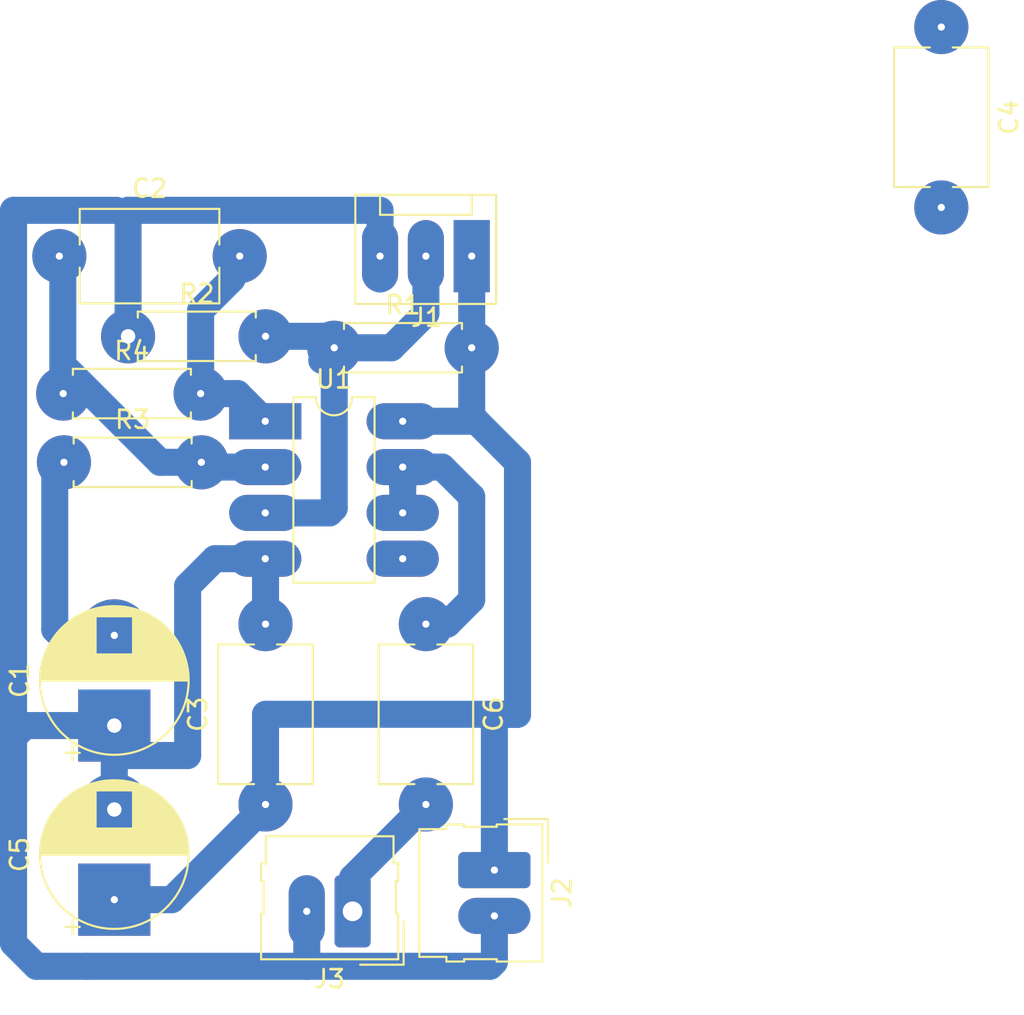
<source format=kicad_pcb>
(kicad_pcb (version 20211014) (generator pcbnew)
  (layers (0 "F.Cu" signal) (31 "B.Cu" signal) (34 "B.Paste" user) (35 "F.Paste" user) (36 "B.SilkS" user "B.Silkscreen") (37 "F.SilkS" user "F.Silkscreen") (38 "B.Mask" user) (39 "F.Mask" user) (44 "Edge.Cuts" user))
  (net 0 "")
  (net 1 "GND")
  (net 2 "Net-(C1-Pad2)")
  (net 3 "Net-(C2-Pad1)")
  (net 4 "Net-(C2-Pad2)")
  (net 5 "+9V")
  (net 6 "Net-(C4-Pad2)")
  (net 7 "Net-(C6-Pad1)")
  (net 8 "Net-(C6-Pad2)")
  (net 9 "Net-(J1-Pad2)")
  (footprint "Resistor_THT:R_Axial_DIN0207_L6.3mm_D2.5mm_P7.62mm_Horizontal" (layer "F.Cu") (at 160.274 68.58)
    (fp_text reference "R3" (at 3.81 -2.37) (layer "F.SilkS"))
    (fp_text value "R")
    (fp_line (start 0.54 1.37) (end 7.08 1.37) (layer "F.SilkS") (width 0.12))
    (fp_line (start 0.54 -1.37) (end 7.08 -1.37) (layer "F.SilkS") (width 0.12))
    (fp_line (start 7.08 1.37) (end 7.08 1.04) (layer "F.SilkS") (width 0.12))
    (fp_line (start 7.08 -1.37) (end 7.08 -1.04) (layer "F.SilkS") (width 0.12))
    (fp_line (start 0.54 -1.04) (end 0.54 -1.37) (layer "F.SilkS") (width 0.12))
    (fp_line (start 0.54 1.04) (end 0.54 1.37) (layer "F.SilkS") (width 0.12))
    (pad "1" thru_hole circle (at 0 0) (size 3 3) (drill 0.4) (layers *.Cu *.Mask) (net 2 "Net-(C1-Pad2)"))
    (pad "2" thru_hole circle (at 7.62 0) (size 3 3) (drill 0.4) (layers *.Cu *.Mask) (net 3 "Net-(C2-Pad1)"))
  )
  (footprint "Connector_Molex:Molex_SL_171971-0002_1x02_P2.54mm_Vertical" (layer "F.Cu") (at 184.138 91.186 -90)
    (fp_text reference "J2" (at 1.27 -3.75 90) (layer "F.SilkS"))
    (fp_text value "Conn_01x02_Male")
    (fp_line (start 4.94 1.68) (end 4.94 -0.13) (layer "F.SilkS") (width 0.12))
    (fp_line (start 4.81 2.66) (end 5.07 2.66) (layer "F.SilkS") (width 0.12))
    (fp_line (start -2.27 2.66) (end -2.27 4.16) (layer "F.SilkS") (width 0.12))
    (fp_line (start 4.94 -0.13) (end 5.07 -0.13) (layer "F.SilkS") (width 0.12))
    (fp_line (start -2.53 -2.66) (end -2.53 -0.13) (layer "F.SilkS") (width 0.12))
    (fp_line (start 4.81 4.16) (end 4.81 2.66) (layer "F.SilkS") (width 0.12))
    (fp_line (start 5.07 -2.66) (end -2.53 -2.66) (layer "F.SilkS") (width 0.12))
    (fp_line (start -2.83 -0.55) (end -2.83 -2.96) (layer "F.SilkS") (width 0.12))
    (fp_line (start -2.53 2.66) (end -2.27 2.66) (layer "F.SilkS") (width 0.12))
    (fp_line (start -2.83 -2.96) (end -0.42 -2.96) (layer "F.SilkS") (width 0.12))
    (fp_line (start 5.07 1.68) (end 4.94 1.68) (layer "F.SilkS") (width 0.12))
    (fp_line (start -2.4 -0.13) (end -2.4 1.68) (layer "F.SilkS") (width 0.12))
    (fp_line (start 5.07 -0.13) (end 5.07 -2.66) (layer "F.SilkS") (width 0.12))
    (fp_line (start -2.53 -0.13) (end -2.4 -0.13) (layer "F.SilkS") (width 0.12))
    (fp_line (start -2.27 4.16) (end 4.81 4.16) (layer "F.SilkS") (width 0.12))
    (fp_line (start 5.07 2.66) (end 5.07 1.68) (layer "F.SilkS") (width 0.12))
    (fp_line (start -2.53 1.68) (end -2.53 2.66) (layer "F.SilkS") (width 0.12))
    (fp_line (start -2.4 1.68) (end -2.53 1.68) (layer "F.SilkS") (width 0.12))
    (pad "1" thru_hole roundrect (at 0 0 270) (size 2 4) (drill 0.4) (layers *.Cu *.Mask) (roundrect_rratio 0.143678) (net 5 "+9V"))
    (pad "2" thru_hole oval (at 2.54 0 270) (size 2 4) (drill 0.4) (layers *.Cu *.Mask) (net 1 "GND"))
  )
  (footprint "Capacitor_THT:C_Disc_D7.5mm_W5.0mm_P10.00mm" (layer "F.Cu") (at 208.915 44.45 -90)
    (fp_text reference "C4" (at 5 -3.75 90) (layer "F.SilkS"))
    (fp_text value "C")
    (fp_line (start 8.87 0.636) (end 8.87 2.62) (layer "F.SilkS") (width 0.12))
    (fp_line (start 1.13 -2.62) (end 1.13 -0.636) (layer "F.SilkS") (width 0.12))
    (fp_line (start 1.13 0.636) (end 1.13 2.62) (layer "F.SilkS") (width 0.12))
    (fp_line (start 1.13 2.62) (end 8.87 2.62) (layer "F.SilkS") (width 0.12))
    (fp_line (start 1.13 -2.62) (end 8.87 -2.62) (layer "F.SilkS") (width 0.12))
    (fp_line (start 8.87 -2.62) (end 8.87 -0.636) (layer "F.SilkS") (width 0.12))
    (pad "1" thru_hole circle (at 0 0 270) (size 3 3) (drill 0.4) (layers *.Cu *.Mask) (net 4 "Net-(C2-Pad2)"))
    (pad "2" thru_hole circle (at 10 0 270) (size 3 3) (drill 0.4) (layers *.Cu *.Mask) (net 6 "Net-(C4-Pad2)"))
  )
  (footprint "Capacitor_THT:C_Disc_D7.5mm_W5.0mm_P10.00mm" (layer "F.Cu") (at 180.34 77.55 -90)
    (fp_text reference "C6" (at 5 -3.75 90) (layer "F.SilkS"))
    (fp_text value "C")
    (fp_line (start 1.13 -2.62) (end 8.87 -2.62) (layer "F.SilkS") (width 0.12))
    (fp_line (start 1.13 2.62) (end 8.87 2.62) (layer "F.SilkS") (width 0.12))
    (fp_line (start 8.87 -2.62) (end 8.87 -0.636) (layer "F.SilkS") (width 0.12))
    (fp_line (start 1.13 0.636) (end 1.13 2.62) (layer "F.SilkS") (width 0.12))
    (fp_line (start 1.13 -2.62) (end 1.13 -0.636) (layer "F.SilkS") (width 0.12))
    (fp_line (start 8.87 0.636) (end 8.87 2.62) (layer "F.SilkS") (width 0.12))
    (pad "1" thru_hole circle (at 0 0 270) (size 3 3) (drill 0.4) (layers *.Cu *.Mask) (net 7 "Net-(C6-Pad1)"))
    (pad "2" thru_hole circle (at 10 0 270) (size 3 3) (drill 0.4) (layers *.Cu *.Mask) (net 8 "Net-(C6-Pad2)"))
  )
  (footprint "Capacitor_THT:C_Disc_D7.5mm_W5.0mm_P10.00mm" (layer "F.Cu") (at 171.45 87.55 90)
    (fp_text reference "C3" (at 5 -3.75 90) (layer "F.SilkS"))
    (fp_text value "C")
    (fp_line (start 1.13 0.636) (end 1.13 2.62) (layer "F.SilkS") (width 0.12))
    (fp_line (start 1.13 -2.62) (end 8.87 -2.62) (layer "F.SilkS") (width 0.12))
    (fp_line (start 1.13 -2.62) (end 1.13 -0.636) (layer "F.SilkS") (width 0.12))
    (fp_line (start 8.87 0.636) (end 8.87 2.62) (layer "F.SilkS") (width 0.12))
    (fp_line (start 1.13 2.62) (end 8.87 2.62) (layer "F.SilkS") (width 0.12))
    (fp_line (start 8.87 -2.62) (end 8.87 -0.636) (layer "F.SilkS") (width 0.12))
    (pad "1" thru_hole circle (at 0 0 90) (size 3 3) (drill 0.4) (layers *.Cu *.Mask) (net 5 "+9V"))
    (pad "2" thru_hole circle (at 10 0 90) (size 3 3) (drill 0.4) (layers *.Cu *.Mask) (net 1 "GND"))
  )
  (footprint "Resistor_THT:R_Axial_DIN0207_L6.3mm_D2.5mm_P7.62mm_Horizontal" (layer "F.Cu") (at 163.83 61.595)
    (fp_text reference "R2" (at 3.81 -2.37) (layer "F.SilkS"))
    (fp_text value "R")
    (fp_line (start 7.08 -1.37) (end 7.08 -1.04) (layer "F.SilkS") (width 0.12))
    (fp_line (start 0.54 1.04) (end 0.54 1.37) (layer "F.SilkS") (width 0.12))
    (fp_line (start 7.08 1.37) (end 7.08 1.04) (layer "F.SilkS") (width 0.12))
    (fp_line (start 0.54 -1.37) (end 7.08 -1.37) (layer "F.SilkS") (width 0.12))
    (fp_line (start 0.54 -1.04) (end 0.54 -1.37) (layer "F.SilkS") (width 0.12))
    (fp_line (start 0.54 1.37) (end 7.08 1.37) (layer "F.SilkS") (width 0.12))
    (pad "1" thru_hole circle (at 0 0) (size 3 3) (drill 0.8) (layers *.Cu *.Mask) (net 1 "GND"))
    (pad "2" thru_hole circle (at 7.62 0) (size 3 3) (drill 0.4) (layers *.Cu *.Mask) (net 9 "Net-(J1-Pad2)"))
  )
  (footprint "Package_DIP:DIP-8_W7.62mm_LongPads" (layer "F.Cu") (at 171.435 66.304)
    (fp_text reference "U1" (at 3.81 -2.33) (layer "F.SilkS"))
    (fp_text value "TL072")
    (fp_line (start 1.56 -1.33) (end 1.56 8.95) (layer "F.SilkS") (width 0.12))
    (fp_line (start 1.56 8.95) (end 6.06 8.95) (layer "F.SilkS") (width 0.12))
    (fp_line (start 6.06 -1.33) (end 4.81 -1.33) (layer "F.SilkS") (width 0.12))
    (fp_line (start 2.81 -1.33) (end 1.56 -1.33) (layer "F.SilkS") (width 0.12))
    (fp_line (start 6.06 8.95) (end 6.06 -1.33) (layer "F.SilkS") (width 0.12))
    (fp_arc (start 4.81 -1.33) (mid 3.81 -0.33) (end 2.81 -1.33) (layer "F.SilkS") (width 0.12))
    (pad "1" thru_hole rect (at 0 0) (size 4 2) (drill 0.4) (layers *.Cu *.Mask) (net 4 "Net-(C2-Pad2)"))
    (pad "2" thru_hole oval (at 0 2.54) (size 4 2) (drill 0.4) (layers *.Cu *.Mask) (net 3 "Net-(C2-Pad1)"))
    (pad "3" thru_hole oval (at 0 5.08) (size 4 2) (drill 0.4) (layers *.Cu *.Mask) (net 9 "Net-(J1-Pad2)"))
    (pad "4" thru_hole oval (at 0 7.62) (size 4 2) (drill 0.4) (layers *.Cu *.Mask) (net 1 "GND"))
    (pad "5" thru_hole oval (at 7.62 7.62) (size 4 2) (drill 0.4) (layers *.Cu *.Mask) (net 6 "Net-(C4-Pad2)"))
    (pad "6" thru_hole oval (at 7.62 5.08) (size 4 2) (drill 0.4) (layers *.Cu *.Mask) (net 7 "Net-(C6-Pad1)"))
    (pad "7" thru_hole oval (at 7.62 2.54) (size 4 2) (drill 0.4) (layers *.Cu *.Mask) (net 7 "Net-(C6-Pad1)"))
    (pad "8" thru_hole oval (at 7.62 0) (size 4 2) (drill 0.4) (layers *.Cu *.Mask) (net 5 "+9V"))
  )
  (footprint "Capacitor_THT:C_Disc_D7.5mm_W5.0mm_P10.00mm" (layer "F.Cu") (at 160.02 57.15)
    (fp_text reference "C2" (at 5 -3.75) (layer "F.SilkS"))
    (fp_text value "C")
    (fp_line (start 8.87 0.636) (end 8.87 2.62) (layer "F.SilkS") (width 0.12))
    (fp_line (start 1.13 -2.62) (end 1.13 -0.636) (layer "F.SilkS") (width 0.12))
    (fp_line (start 8.87 -2.62) (end 8.87 -0.636) (layer "F.SilkS") (width 0.12))
    (fp_line (start 1.13 2.62) (end 8.87 2.62) (layer "F.SilkS") (width 0.12))
    (fp_line (start 1.13 -2.62) (end 8.87 -2.62) (layer "F.SilkS") (width 0.12))
    (fp_line (start 1.13 0.636) (end 1.13 2.62) (layer "F.SilkS") (width 0.12))
    (pad "1" thru_hole circle (at 0 0) (size 3 3) (drill 0.4) (layers *.Cu *.Mask) (net 3 "Net-(C2-Pad1)"))
    (pad "2" thru_hole circle (at 10 0) (size 3 3) (drill 0.4) (layers *.Cu *.Mask) (net 4 "Net-(C2-Pad2)"))
  )
  (footprint "Connector_Molex:Molex_SL_171971-0002_1x02_P2.54mm_Vertical" (layer "F.Cu") (at 176.276 93.472 180)
    (fp_text reference "J3" (at 1.27 -3.75) (layer "F.SilkS"))
    (fp_text value "Conn_01x02_Male")
    (fp_line (start -2.53 -0.13) (end -2.4 -0.13) (layer "F.SilkS") (width 0.12))
    (fp_line (start 5.07 -2.66) (end -2.53 -2.66) (layer "F.SilkS") (width 0.12))
    (fp_line (start 4.81 4.16) (end 4.81 2.66) (layer "F.SilkS") (width 0.12))
    (fp_line (start -2.83 -0.55) (end -2.83 -2.96) (layer "F.SilkS") (width 0.12))
    (fp_line (start 5.07 1.68) (end 4.94 1.68) (layer "F.SilkS") (width 0.12))
    (fp_line (start -2.4 -0.13) (end -2.4 1.68) (layer "F.SilkS") (width 0.12))
    (fp_line (start -2.53 2.66) (end -2.27 2.66) (layer "F.SilkS") (width 0.12))
    (fp_line (start 4.94 -0.13) (end 5.07 -0.13) (layer "F.SilkS") (width 0.12))
    (fp_line (start -2.27 4.16) (end 4.81 4.16) (layer "F.SilkS") (width 0.12))
    (fp_line (start 5.07 -0.13) (end 5.07 -2.66) (layer "F.SilkS") (width 0.12))
    (fp_line (start 4.94 1.68) (end 4.94 -0.13) (layer "F.SilkS") (width 0.12))
    (fp_line (start -2.83 -2.96) (end -0.42 -2.96) (layer "F.SilkS") (width 0.12))
    (fp_line (start -2.27 2.66) (end -2.27 4.16) (layer "F.SilkS") (width 0.12))
    (fp_line (start 4.81 2.66) (end 5.07 2.66) (layer "F.SilkS") (width 0.12))
    (fp_line (start -2.4 1.68) (end -2.53 1.68) (layer "F.SilkS") (width 0.12))
    (fp_line (start -2.53 1.68) (end -2.53 2.66) (layer "F.SilkS") (width 0.12))
    (fp_line (start -2.53 -2.66) (end -2.53 -0.13) (layer "F.SilkS") (width 0.12))
    (fp_line (start 5.07 2.66) (end 5.07 1.68) (layer "F.SilkS") (width 0.12))
    (pad "1" thru_hole roundrect (at 0 0 180) (size 2 4) (drill 1.09) (layers *.Cu *.Mask) (roundrect_rratio 0.143678) (net 8 "Net-(C6-Pad2)"))
    (pad "2" thru_hole oval (at 2.54 0 180) (size 2 4) (drill 0.4) (layers *.Cu *.Mask) (net 1 "GND"))
  )
  (footprint "Capacitor_THT:CP_Radial_D8.0mm_P5.00mm" (layer "F.Cu") (at 163.068 92.826651 90)
    (fp_text reference "C5" (at 2.5 -5.25 90) (layer "F.SilkS"))
    (fp_text value "C_Polarized")
    (fp_line (start 3.14 -4.03) (end 3.14 4.03) (layer "F.SilkS") (width 0.12))
    (fp_line (start 5.181 1.04) (end 5.181 3.09) (layer "F.SilkS") (width 0.12))
    (fp_line (start 4.061 -3.774) (end 4.061 -1.04) (layer "F.SilkS") (width 0.12))
    (fp_line (start 5.301 -2.983) (end 5.301 -1.04) (layer "F.SilkS") (width 0.12))
    (fp_line (start 5.581 -2.697) (end 5.581 -1.04) (layer "F.SilkS") (width 0.12))
    (fp_line (start 4.341 1.04) (end 4.341 3.647) (layer "F.SilkS") (width 0.12))
    (fp_line (start 3.301 -4.002) (end 3.301 4.002) (layer "F.SilkS") (width 0.12))
    (fp_line (start 6.301 -1.552) (end 6.301 1.552) (layer "F.SilkS") (width 0.12))
    (fp_line (start 5.501 -2.784) (end 5.501 -1.04) (layer "F.SilkS") (width 0.12))
    (fp_line (start 6.381 -1.346) (end 6.381 1.346) (layer "F.SilkS") (width 0.12))
    (fp_line (start 5.061 -3.189) (end 5.061 -1.04) (layer "F.SilkS") (width 0.12))
    (fp_line (start 5.341 1.04) (end 5.341 2.945) (layer "F.SilkS") (width 0.12))
    (fp_line (start 4.981 -3.25) (end 4.981 -1.04) (layer "F.SilkS") (width 0.12))
    (fp_line (start 4.621 -3.493) (end 4.621 -1.04) (layer "F.SilkS") (width 0.12))
    (fp_line (start 2.94 -4.057) (end 2.94 4.057) (layer "F.SilkS") (width 0.12))
    (fp_line (start 3.461 -3.967) (end 3.461 3.967) (layer "F.SilkS") (width 0.12))
    (fp_line (start 3.981 -3.805) (end 3.981 -1.04) (layer "F.SilkS") (width 0.12))
    (fp_line (start 2.74 -4.074) (end 2.74 4.074) (layer "F.SilkS") (width 0.12))
    (fp_line (start 5.221 -3.055) (end 5.221 -1.04) (layer "F.SilkS") (width 0.12))
    (fp_line (start 6.061 -2.034) (end 6.061 2.034) (layer "F.SilkS") (width 0.12))
    (fp_line (start 5.821 -2.4) (end 5.821 -1.04) (layer "F.SilkS") (width 0.12))
    (fp_line (start 6.021 1.04) (end 6.021 2.102) (layer "F.SilkS") (width 0.12))
    (fp_line (start 5.021 -3.22) (end 5.021 -1.04) (layer "F.SilkS") (width 0.12))
    (fp_line (start 5.661 1.04) (end 5.661 2.604) (layer "F.SilkS") (width 0.12))
    (fp_line (start 5.661 -2.604) (end 5.661 -1.04) (layer "F.SilkS") (width 0.12))
    (fp_line (start 5.221 1.04) (end 5.221 3.055) (layer "F.SilkS") (width 0.12))
    (fp_line (start 6.341 -1.453) (end 6.341 1.453) (layer "F.SilkS") (width 0.12))
    (fp_line (start 6.181 -1.813) (end 6.181 1.813) (layer "F.SilkS") (width 0.12))
    (fp_line (start 4.581 -3.517) (end 4.581 -1.04) (layer "F.SilkS") (width 0.12))
    (fp_line (start 4.821 -3.365) (end 4.821 -1.04) (layer "F.SilkS") (width 0.12))
    (fp_line (start 4.421 1.04) (end 4.421 3.606) (layer "F.SilkS") (width 0.12))
    (fp_line (start 5.701 1.04) (end 5.701 2.556) (layer "F.SilkS") (width 0.12))
    (fp_line (start 3.501 -3.957) (end 3.501 3.957) (layer "F.SilkS") (width 0.12))
    (fp_line (start 4.021 -3.79) (end 4.021 -1.04) (layer "F.SilkS") (width 0.12))
    (fp_line (start 4.981 1.04) (end 4.981 3.25) (layer "F.SilkS") (width 0.12))
    (fp_line (start 5.981 1.04) (end 5.981 2.166) (layer "F.SilkS") (width 0.12))
    (fp_line (start 3.421 -3.976) (end 3.421 3.976) (layer "F.SilkS") (width 0.12))
    (fp_line (start 4.741 -3.418) (end 4.741 -1.04) (layer "F.SilkS") (width 0.12))
    (fp_line (start 5.781 -2.454) (end 5.781 -1.04) (layer "F.SilkS") (width 0.12))
    (fp_line (start 5.621 1.04) (end 5.621 2.651) (layer "F.SilkS") (width 0.12))
    (fp_line (start 3.1 -4.037) (end 3.1 4.037) (layer "F.SilkS") (width 0.12))
    (fp_line (start 6.261 -1.645) (end 6.261 1.645) (layer "F.SilkS") (width 0.12))
    (fp_line (start 6.501 -0.948) (end 6.501 0.948) (layer "F.SilkS") (width 0.12))
    (fp_line (start 6.221 -1.731) (end 6.221 1.731) (layer "F.SilkS") (width 0.12))
    (fp_line (start 4.101 -3.757) (end 4.101 -1.04) (layer "F.SilkS") (width 0.12))
    (fp_line (start 5.061 1.04) (end 5.061 3.189) (layer "F.SilkS") (width 0.12))
    (fp_line (start 4.581 1.04) (end 4.581 3.517) (layer "F.SilkS") (width 0.12))
    (fp_line (start 5.701 -2.556) (end 5.701 -1.04) (layer "F.SilkS") (width 0.12))
    (fp_line (start 4.301 -3.666) (end 4.301 -1.04) (layer "F.SilkS") (width 0.12))
    (fp_line (start 5.861 1.04) (end 5.861 2.345) (layer "F.SilkS") (width 0.12))
    (fp_line (start 5.421 -2.867) (end 5.421 -1.04) (layer "F.SilkS") (width 0.12))
    (fp_line (start 5.741 -2.505) (end 5.741 -1.04) (layer "F.SilkS") (width 0.12))
    (fp_line (start 5.021 1.04) (end 5.021 3.22) (layer "F.SilkS") (width 0.12))
    (fp_line (start 5.541 -2.741) (end 5.541 -1.04) (layer "F.SilkS") (width 0.12))
    (fp_line (start 2.9 -4.061) (end 2.9 4.061) (layer "F.SilkS") (width 0.12))
    (fp_line (start 5.901 1.04) (end 5.901 2.287) (layer "F.SilkS") (width 0.12))
    (fp_line (start 3.221 -4.017) (end 3.221 4.017) (layer "F.SilkS") (width 0.12))
    (fp_line (start 5.181 -3.09) (end 5.181 -1.04) (layer "F.SilkS") (width 0.12))
    (fp_line (start 5.141 -3.124) (end 5.141 -1.04) (layer "F.SilkS") (width 0.12))
    (fp_line (start 5.101 1.04) (end 5.101 3.156) (layer "F.SilkS") (width 0.12))
    (fp_line (start 2.7 -4.076) (end 2.7 4.076) (layer "F.SilkS") (width 0.12))
    (fp_line (start 4.661 -3.469) (end 4.661 -1.04) (layer "F.SilkS") (width 0.12))
    (fp_line (start 4.661 1.04) (end 4.661 3.469) (layer "F.SilkS") (width 0.12))
    (fp_line (start 4.181 1.04) (end 4.181 3.722) (layer "F.SilkS") (width 0.12))
    (fp_line (start 5.941 1.04) (end 5.941 2.228) (layer "F.SilkS") (width 0.12))
    (fp_line (start 4.381 1.04) (end 4.381 3.627) (layer "F.SilkS") (width 0.12))
    (fp_line (start 5.501 1.04) (end 5.501 2.784) (layer "F.SilkS") (width 0.12))
    (fp_line (start 4.901 -3.309) (end 4.901 -1.04) (layer "F.SilkS") (width 0.12))
    (fp_line (start 3.821 -3.863) (end 3.821 3.863) (layer "F.SilkS") (width 0.12))
    (fp_line (start 5.421 1.04) (end 5.421 2.867) (layer "F.SilkS") (width 0.12))
    (fp_line (start 6.461 -1.098) (end 6.461 1.098) (layer "F.SilkS") (width 0.12))
    (fp_line (start 4.541 1.04) (end 4.541 3.54) (layer "F.SilkS") (width 0.12))
    (fp_line (start 5.461 -2.826) (end 5.461 -1.04) (layer "F.SilkS") (width 0.12))
    (fp_line (start 5.461 1.04) (end 5.461 2.826) (layer "F.SilkS") (width 0.12))
    (fp_line (start 4.261 -3.686) (end 4.261 -1.04) (layer "F.SilkS") (width 0.12))
    (fp_line (start 4.861 1.04) (end 4.861 3.338) (layer "F.SilkS") (width 0.12))
    (fp_line (start 4.141 1.04) (end 4.141 3.74) (layer "F.SilkS") (width 0.12))
    (fp_line (start 3.861 -3.85) (end 3.861 3.85) (layer "F.SilkS") (width 0.12))
    (fp_line (start 4.141 -3.74) (end 4.141 -1.04) (layer "F.SilkS") (width 0.12))
    (fp_line (start 5.541 1.04) (end 5.541 2.741) (layer "F.SilkS") (width 0.12))
    (fp_line (start 4.941 1.04) (end 4.941 3.28) (layer "F.SilkS") (width 0.12))
    (fp_line (start 4.501 1.04) (end 4.501 3.562) (layer "F.SilkS") (width 0.12))
    (fp_line (start 2.82 -4.068) (end 2.82 4.068) (layer "F.SilkS") (width 0.12))
    (fp_line (start 4.621 1.04) (end 4.621 3.493) (layer "F.SilkS") (width 0.12))
    (fp_line (start 4.021 1.04) (end 4.021 3.79) (layer "F.SilkS") (width 0.12))
    (fp_line (start 4.301 1.04) (end 4.301 3.666) (layer "F.SilkS") (width 0.12))
    (fp_line (start 3.541 -3.947) (end 3.541 3.947) (layer "F.SilkS") (width 0.12))
    (fp_line (start 3.18 -4.024) (end 3.18 4.024) (layer "F.SilkS") (width 0.12))
    (fp_line (start 4.741 1.04) (end 4.741 3.418) (layer "F.SilkS") (width 0.12))
    (fp_line (start 3.621 -3.925) (end 3.621 3.925) (layer "F.SilkS") (width 0.12))
    (fp_line (start 5.941 -2.228) (end 5.941 -1.04) (layer "F.SilkS") (width 0.12))
    (fp_line (start 2.54 -4.08) (end 2.54 4.08) (layer "F.SilkS") (width 0.12))
    (fp_line (start 4.061 1.04) (end 4.061 3.774) (layer "F.SilkS") (width 0.12))
    (fp_line (start -1.909698 -2.315) (end -1.109698 -2.315) (layer "F.SilkS") (width 0.12))
    (fp_line (start 5.821 1.04) (end 5.821 2.4) (layer "F.SilkS") (width 0.12))
    (fp_line (start 3.661 -3.914) (end 3.661 3.914) (layer "F.SilkS") (width 0.12))
    (fp_line (start 4.461 -3.584) (end 4.461 -1.04) (layer "F.SilkS") (width 0.12))
    (fp_line (start 4.381 -3.627) (end 4.381 -1.04) (layer "F.SilkS") (width 0.12))
    (fp_line (start 3.941 -3.821) (end 3.941 3.821) (layer "F.SilkS") (width 0.12))
    (fp_line (start 3.581 -3.936) (end 3.581 3.936) (layer "F.SilkS") (width 0.12))
    (fp_line (start 2.98 -4.052) (end 2.98 4.052) (layer "F.SilkS") (width 0.12))
    (fp_line (start 6.581 -0.533) (end 6.581 0.533) (layer "F.SilkS") (width 0.12))
    (fp_line (start 4.701 1.04) (end 4.701 3.444) (layer "F.SilkS") (width 0.12))
    (fp_line (start 4.221 1.04) (end 4.221 3.704) (layer "F.SilkS") (width 0.12))
    (fp_line (start 5.101 -3.156) (end 5.101 -1.04) (layer "F.SilkS") (width 0.12))
    (fp_line (start 4.261 1.04) (end 4.261 3.686) (layer "F.SilkS") (width 0.12))
    (fp_line (start 3.261 -4.01) (end 3.261 4.01) (layer "F.SilkS") (width 0.12))
    (fp_line (start 3.741 -3.889) (end 3.741 3.889) (layer "F.SilkS") (width 0.12))
    (fp_line (start -1.509698 -2.715) (end -1.509698 -1.915) (layer "F.SilkS") (width 0.12))
    (fp_line (start 2.5 -4.08) (end 2.5 4.08) (layer "F.SilkS") (width 0.12))
    (fp_line (start 6.141 -1.89) (end 6.141 1.89) (layer "F.SilkS") (width 0.12))
    (fp_line (start 3.981 1.04) (end 3.981 3.805) (layer "F.SilkS") (width 0.12))
    (fp_line (start 2.66 -4.077) (end 2.66 4.077) (layer "F.SilkS") (width 0.12))
    (fp_line (start 4.541 -3.54) (end 4.541 -1.04) (layer "F.SilkS") (width 0.12))
    (fp_line (start 6.541 -0.768) (end 6.541 0.768) (layer "F.SilkS") (width 0.12))
    (fp_line (start 4.461 1.04) (end 4.461 3.584) (layer "F.SilkS") (width 0.12))
    (fp_line (start 5.621 -2.651) (end 5.621 -1.04) (layer "F.SilkS") (width 0.12))
    (fp_line (start 4.221 -3.704) (end 4.221 -1.04) (layer "F.SilkS") (width 0.12))
    (fp_line (start 5.581 1.04) (end 5.581 2.697) (layer "F.SilkS") (width 0.12))
    (fp_line (start 4.101 1.04) (end 4.101 3.757) (layer "F.SilkS") (width 0.12))
    (fp_line (start 4.501 -3.562) (end 4.501 -1.04) (layer "F.SilkS") (width 0.12))
    (fp_line (start 5.261 -3.019) (end 5.261 -1.04) (layer "F.SilkS") (width 0.12))
    (fp_line (start 2.58 -4.08) (end 2.58 4.08) (layer "F.SilkS") (width 0.12))
    (fp_line (start 6.421 -1.229) (end 6.421 1.229) (layer "F.SilkS") (width 0.12))
    (fp_line (start 2.78 -4.071) (end 2.78 4.071) (layer "F.SilkS") (width 0.12))
    (fp_line (start 5.261 1.04) (end 5.261 3.019) (layer "F.SilkS") (width 0.12))
    (fp_line (start 3.781 -3.877) (end 3.781 3.877) (layer "F.SilkS") (width 0.12))
    (fp_line (start 3.06 -4.042) (end 3.06 4.042) (layer "F.SilkS") (width 0.12))
    (fp_line (start 6.101 -1.964) (end 6.101 1.964) (layer "F.SilkS") (width 0.12))
    (fp_line (start 3.901 -3.835) (end 3.901 3.835) (layer "F.SilkS") (width 0.12))
    (fp_line (start 4.421 -3.606) (end 4.421 -1.04) (layer "F.SilkS") (width 0.12))
    (fp_line (start 5.381 1.04) (end 5.381 2.907) (layer "F.SilkS") (width 0.12))
    (fp_line (start 4.941 -3.28) (end 4.941 -1.04) (layer "F.SilkS") (width 0.12))
    (fp_line (start 5.141 1.04) (end 5.141 3.124) (layer "F.SilkS") (width 0.12))
    (fp_line (start 5.301 1.04) (end 5.301 2.983) (layer "F.SilkS") (width 0.12))
    (fp_line (start 4.821 1.04) (end 4.821 3.365) (layer "F.SilkS") (width 0.12))
    (fp_line (start 2.62 -4.079) (end 2.62 4.079) (layer "F.SilkS") (width 0.12))
    (fp_line (start 3.701 -3.902) (end 3.701 3.902) (layer "F.SilkS") (width 0.12))
    (fp_line (start 4.701 -3.444) (end 4.701 -1.04) (layer "F.SilkS") (width 0.12))
    (fp_line (start 5.981 -2.166) (end 5.981 -1.04) (layer "F.SilkS") (width 0.12))
    (fp_line (start 2.86 -4.065) (end 2.86 4.065) (layer "F.SilkS") (width 0.12))
    (fp_line (start 5.381 -2.907) (end 5.381 -1.04) (layer "F.SilkS") (width 0.12))
    (fp_line (start 3.341 -3.994) (end 3.341 3.994) (layer "F.SilkS") (width 0.12))
    (fp_line (start 5.861 -2.345) (end 5.861 -1.04) (layer "F.SilkS") (width 0.12))
    (fp_line (start 4.781 1.04) (end 4.781 3.392) (layer "F.SilkS") (width 0.12))
    (fp_line (start 5.341 -2.945) (end 5.341 -1.04) (layer "F.SilkS") (width 0.12))
    (fp_line (start 4.181 -3.722) (end 4.181 -1.04) (layer "F.SilkS") (width 0.12))
    (fp_line (start 5.781 1.04) (end 5.781 2.454) (layer "F.SilkS") (width 0.12))
    (fp_line (start 6.021 -2.102) (end 6.021 -1.04) (layer "F.SilkS") (width 0.12))
    (fp_line (start 4.781 -3.392) (end 4.781 -1.04) (layer "F.SilkS") (width 0.12))
    (fp_line (start 5.741 1.04) (end 5.741 2.505) (layer "F.SilkS") (width 0.12))
    (fp_line (start 3.02 -4.048) (end 3.02 4.048) (layer "F.SilkS") (width 0.12))
    (fp_line (start 4.861 -3.338) (end 4.861 -1.04) (layer "F.SilkS") (width 0.12))
    (fp_line (start 4.901 1.04) (end 4.901 3.309) (layer "F.SilkS") (width 0.12))
    (fp_line (start 4.341 -3.647) (end 4.341 -1.04) (layer "F.SilkS") (width 0.12))
    (fp_line (start 3.381 -3.985) (end 3.381 3.985) (layer "F.SilkS") (width 0.12))
    (fp_line (start 5.901 -2.287) (end 5.901 -1.04) (layer "F.SilkS") (width 0.12))
    (fp_circle (center 2.5 0) (end 6.62 0) (layer "F.SilkS") (width 0.12) (fill none))
    (pad "1" thru_hole rect (at 0 0 90) (size 4 4) (drill 0.4) (layers *.Cu *.Mask) (net 5 "+9V"))
    (pad "2" thru_hole circle (at 5 0 90) (size 4 4) (drill 0.8) (layers *.Cu *.Mask) (net 1 "GND"))
  )
  (footprint "Capacitor_THT:CP_Radial_D8.0mm_P5.00mm" (layer "F.Cu") (at 163.068 83.174651 90)
    (fp_text reference "C1" (at 2.5 -5.25 90) (layer "F.SilkS"))
    (fp_text value "C")
    (fp_line (start 4.541 1.04) (end 4.541 3.54) (layer "F.SilkS") (width 0.12))
    (fp_line (start 4.941 -3.28) (end 4.941 -1.04) (layer "F.SilkS") (width 0.12))
    (fp_line (start 4.341 1.04) (end 4.341 3.647) (layer "F.SilkS") (width 0.12))
    (fp_line (start 3.421 -3.976) (end 3.421 3.976) (layer "F.SilkS") (width 0.12))
    (fp_line (start 4.101 -3.757) (end 4.101 -1.04) (layer "F.SilkS") (width 0.12))
    (fp_line (start 4.941 1.04) (end 4.941 3.28) (layer "F.SilkS") (width 0.12))
    (fp_line (start 3.581 -3.936) (end 3.581 3.936) (layer "F.SilkS") (width 0.12))
    (fp_line (start 5.341 1.04) (end 5.341 2.945) (layer "F.SilkS") (width 0.12))
    (fp_line (start 5.061 1.04) (end 5.061 3.189) (layer "F.SilkS") (width 0.12))
    (fp_line (start 4.581 -3.517) (end 4.581 -1.04) (layer "F.SilkS") (width 0.12))
    (fp_line (start 5.061 -3.189) (end 5.061 -1.04) (layer "F.SilkS") (width 0.12))
    (fp_line (start 5.741 -2.505) (end 5.741 -1.04) (layer "F.SilkS") (width 0.12))
    (fp_line (start 2.54 -4.08) (end 2.54 4.08) (layer "F.SilkS") (width 0.12))
    (fp_line (start 5.981 1.04) (end 5.981 2.166) (layer "F.SilkS") (width 0.12))
    (fp_line (start 3.381 -3.985) (end 3.381 3.985) (layer "F.SilkS") (width 0.12))
    (fp_line (start 5.821 1.04) (end 5.821 2.4) (layer "F.SilkS") (width 0.12))
    (fp_line (start 4.901 -3.309) (end 4.901 -1.04) (layer "F.SilkS") (width 0.12))
    (fp_line (start -1.509698 -2.715) (end -1.509698 -1.915) (layer "F.SilkS") (width 0.12))
    (fp_line (start 4.621 -3.493) (end 4.621 -1.04) (layer "F.SilkS") (width 0.12))
    (fp_line (start 4.021 1.04) (end 4.021 3.79) (layer "F.SilkS") (width 0.12))
    (fp_line (start 2.58 -4.08) (end 2.58 4.08) (layer "F.SilkS") (width 0.12))
    (fp_line (start 5.861 1.04) (end 5.861 2.345) (layer "F.SilkS") (width 0.12))
    (fp_line (start 4.421 1.04) (end 4.421 3.606) (layer "F.SilkS") (width 0.12))
    (fp_line (start 2.9 -4.061) (end 2.9 4.061) (layer "F.SilkS") (width 0.12))
    (fp_line (start 4.141 -3.74) (end 4.141 -1.04) (layer "F.SilkS") (width 0.12))
    (fp_line (start 5.381 1.04) (end 5.381 2.907) (layer "F.SilkS") (width 0.12))
    (fp_line (start 3.981 -3.805) (end 3.981 -1.04) (layer "F.SilkS") (width 0.12))
    (fp_line (start 5.781 1.04) (end 5.781 2.454) (layer "F.SilkS") (width 0.12))
    (fp_line (start 3.14 -4.03) (end 3.14 4.03) (layer "F.SilkS") (width 0.12))
    (fp_line (start 2.7 -4.076) (end 2.7 4.076) (layer "F.SilkS") (width 0.12))
    (fp_line (start 5.341 -2.945) (end 5.341 -1.04) (layer "F.SilkS") (width 0.12))
    (fp_line (start 5.861 -2.345) (end 5.861 -1.04) (layer "F.SilkS") (width 0.12))
    (fp_line (start 2.82 -4.068) (end 2.82 4.068) (layer "F.SilkS") (width 0.12))
    (fp_line (start 5.421 -2.867) (end 5.421 -1.04) (layer "F.SilkS") (width 0.12))
    (fp_line (start 5.621 1.04) (end 5.621 2.651) (layer "F.SilkS") (width 0.12))
    (fp_line (start 5.461 -2.826) (end 5.461 -1.04) (layer "F.SilkS") (width 0.12))
    (fp_line (start 5.581 -2.697) (end 5.581 -1.04) (layer "F.SilkS") (width 0.12))
    (fp_line (start 3.981 1.04) (end 3.981 3.805) (layer "F.SilkS") (width 0.12))
    (fp_line (start 4.461 -3.584) (end 4.461 -1.04) (layer "F.SilkS") (width 0.12))
    (fp_line (start 3.621 -3.925) (end 3.621 3.925) (layer "F.SilkS") (width 0.12))
    (fp_line (start 2.78 -4.071) (end 2.78 4.071) (layer "F.SilkS") (width 0.12))
    (fp_line (start 5.501 1.04) (end 5.501 2.784) (layer "F.SilkS") (width 0.12))
    (fp_line (start 2.66 -4.077) (end 2.66 4.077) (layer "F.SilkS") (width 0.12))
    (fp_line (start 4.541 -3.54) (end 4.541 -1.04) (layer "F.SilkS") (width 0.12))
    (fp_line (start 3.261 -4.01) (end 3.261 4.01) (layer "F.SilkS") (width 0.12))
    (fp_line (start 4.061 -3.774) (end 4.061 -1.04) (layer "F.SilkS") (width 0.12))
    (fp_line (start 2.74 -4.074) (end 2.74 4.074) (layer "F.SilkS") (width 0.12))
    (fp_line (start 5.581 1.04) (end 5.581 2.697) (layer "F.SilkS") (width 0.12))
    (fp_line (start 3.821 -3.863) (end 3.821 3.863) (layer "F.SilkS") (width 0.12))
    (fp_line (start 4.061 1.04) (end 4.061 3.774) (layer "F.SilkS") (width 0.12))
    (fp_line (start 3.701 -3.902) (end 3.701 3.902) (layer "F.SilkS") (width 0.12))
    (fp_line (start 5.181 -3.09) (end 5.181 -1.04) (layer "F.SilkS") (width 0.12))
    (fp_line (start 5.901 1.04) (end 5.901 2.287) (layer "F.SilkS") (width 0.12))
    (fp_line (start 5.501 -2.784) (end 5.501 -1.04) (layer "F.SilkS") (width 0.12))
    (fp_line (start 3.781 -3.877) (end 3.781 3.877) (layer "F.SilkS") (width 0.12))
    (fp_line (start 5.941 1.04) (end 5.941 2.228) (layer "F.SilkS") (width 0.12))
    (fp_line (start 4.741 -3.418) (end 4.741 -1.04) (layer "F.SilkS") (width 0.12))
    (fp_line (start 5.621 -2.651) (end 5.621 -1.04) (layer "F.SilkS") (width 0.12))
    (fp_line (start 6.141 -1.89) (end 6.141 1.89) (layer "F.SilkS") (width 0.12))
    (fp_line (start 4.861 1.04) (end 4.861 3.338) (layer "F.SilkS") (width 0.12))
    (fp_line (start 6.541 -0.768) (end 6.541 0.768) (layer "F.SilkS") (width 0.12))
    (fp_line (start 3.341 -3.994) (end 3.341 3.994) (layer "F.SilkS") (width 0.12))
    (fp_line (start 4.661 1.04) (end 4.661 3.469) (layer "F.SilkS") (width 0.12))
    (fp_line (start 4.261 1.04) (end 4.261 3.686) (layer "F.SilkS") (width 0.12))
    (fp_line (start 5.301 -2.983) (end 5.301 -1.04) (layer "F.SilkS") (width 0.12))
    (fp_line (start 5.101 1.04) (end 5.101 3.156) (layer "F.SilkS") (width 0.12))
    (fp_line (start 3.741 -3.889) (end 3.741 3.889) (layer "F.SilkS") (width 0.12))
    (fp_line (start 6.061 -2.034) (end 6.061 2.034) (layer "F.SilkS") (width 0.12))
    (fp_line (start 5.101 -3.156) (end 5.101 -1.04) (layer "F.SilkS") (width 0.12))
    (fp_line (start 5.301 1.04) (end 5.301 2.983) (layer "F.SilkS") (width 0.12))
    (fp_line (start 6.381 -1.346) (end 6.381 1.346) (layer "F.SilkS") (width 0.12))
    (fp_line (start 2.5 -4.08) (end 2.5 4.08) (layer "F.SilkS") (width 0.12))
    (fp_line (start 6.301 -1.552) (end 6.301 1.552) (layer "F.SilkS") (width 0.12))
    (fp_line (start 6.221 -1.731) (end 6.221 1.731) (layer "F.SilkS") (width 0.12))
    (fp_line (start 4.181 -3.722) (end 4.181 -1.04) (layer "F.SilkS") (width 0.12))
    (fp_line (start 4.781 1.04) (end 4.781 3.392) (layer "F.SilkS") (width 0.12))
    (fp_line (start 4.301 1.04) (end 4.301 3.666) (layer "F.SilkS") (width 0.12))
    (fp_line (start 3.1 -4.037) (end 3.1 4.037) (layer "F.SilkS") (width 0.12))
    (fp_line (start 5.461 1.04) (end 5.461 2.826) (layer "F.SilkS") (width 0.12))
    (fp_line (start 4.261 -3.686) (end 4.261 -1.04) (layer "F.SilkS") (width 0.12))
    (fp_line (start 2.98 -4.052) (end 2.98 4.052) (layer "F.SilkS") (width 0.12))
    (fp_line (start 4.221 -3.704) (end 4.221 -1.04) (layer "F.SilkS") (width 0.12))
    (fp_line (start 5.981 -2.166) (end 5.981 -1.04) (layer "F.SilkS") (width 0.12))
    (fp_line (start 5.021 1.04) (end 5.021 3.22) (layer "F.SilkS") (width 0.12))
    (fp_line (start 4.101 1.04) (end 4.101 3.757) (layer "F.SilkS") (width 0.12))
    (fp_line (start 6.421 -1.229) (end 6.421 1.229) (layer "F.SilkS") (width 0.12))
    (fp_line (start 4.661 -3.469) (end 4.661 -1.04) (layer "F.SilkS") (width 0.12))
    (fp_line (start 4.901 1.04) (end 4.901 3.309) (layer "F.SilkS") (width 0.12))
    (fp_line (start 3.501 -3.957) (end 3.501 3.957) (layer "F.SilkS") (width 0.12))
    (fp_line (start 4.821 1.04) (end 4.821 3.365) (layer "F.SilkS") (width 0.12))
    (fp_line (start 4.701 1.04) (end 4.701 3.444) (layer "F.SilkS") (width 0.12))
    (fp_line (start 4.021 -3.79) (end 4.021 -1.04) (layer "F.SilkS") (width 0.12))
    (fp_line (start 5.221 1.04) (end 5.221 3.055) (layer "F.SilkS") (width 0.12))
    (fp_line (start 4.141 1.04) (end 4.141 3.74) (layer "F.SilkS") (width 0.12))
    (fp_line (start 2.86 -4.065) (end 2.86 4.065) (layer "F.SilkS") (width 0.12))
    (fp_line (start 5.181 1.04) (end 5.181 3.09) (layer "F.SilkS") (width 0.12))
    (fp_line (start 4.341 -3.647) (end 4.341 -1.04) (layer "F.SilkS") (width 0.12))
    (fp_line (start 5.381 -2.907) (end 5.381 -1.04) (layer "F.SilkS") (width 0.12))
    (fp_line (start 4.501 1.04) (end 4.501 3.562) (layer "F.SilkS") (width 0.12))
    (fp_line (start 5.021 -3.22) (end 5.021 -1.04) (layer "F.SilkS") (width 0.12))
    (fp_line (start 5.661 -2.604) (end 5.661 -1.04) (layer "F.SilkS") (width 0.12))
    (fp_line (start 6.261 -1.645) (end 6.261 1.645) (layer "F.SilkS") (width 0.12))
    (fp_line (start 6.181 -1.813) (end 6.181 1.813) (layer "F.SilkS") (width 0.12))
    (fp_line (start 5.661 1.04) (end 5.661 2.604) (layer "F.SilkS") (width 0.12))
    (fp_line (start 3.941 -3.821) (end 3.941 3.821) (layer "F.SilkS") (width 0.12))
    (fp_line (start 3.18 -4.024) (end 3.18 4.024) (layer "F.SilkS") (width 0.12))
    (fp_line (start 6.581 -0.533) (end 6.581 0.533) (layer "F.SilkS") (width 0.12))
    (fp_line (start 5.901 -2.287) (end 5.901 -1.04) (layer "F.SilkS") (width 0.12))
    (fp_line (start 4.581 1.04) (end 4.581 3.517) (layer "F.SilkS") (width 0.12))
    (fp_line (start 5.781 -2.454) (end 5.781 -1.04) (layer "F.SilkS") (width 0.12))
    (fp_line (start 2.94 -4.057) (end 2.94 4.057) (layer "F.SilkS") (width 0.12))
    (fp_line (start 5.541 -2.741) (end 5.541 -1.04) (layer "F.SilkS") (width 0.12))
    (fp_line (start 3.221 -4.017) (end 3.221 4.017) (layer "F.SilkS") (width 0.12))
    (fp_line (start 4.981 1.04) (end 4.981 3.25) (layer "F.SilkS") (width 0.12))
    (fp_line (start 5.541 1.04) (end 5.541 2.741) (layer "F.SilkS") (width 0.12))
    (fp_line (start 3.541 -3.947) (end 3.541 3.947) (layer "F.SilkS") (width 0.12))
    (fp_line (start 6.461 -1.098) (end 6.461 1.098) (layer "F.SilkS") (width 0.12))
    (fp_line (start 5.701 -2.556) (end 5.701 -1.04) (layer "F.SilkS") (width 0.12))
    (fp_line (start 4.981 -3.25) (end 4.981 -1.04) (layer "F.SilkS") (width 0.12))
    (fp_line (start 4.501 -3.562) (end 4.501 -1.04) (layer "F.SilkS") (width 0.12))
    (fp_line (start 4.221 1.04) (end 4.221 3.704) (layer "F.SilkS") (width 0.12))
    (fp_line (start 5.141 1.04) (end 5.141 3.124) (layer "F.SilkS") (width 0.12))
    (fp_line (start 3.461 -3.967) (end 3.461 3.967) (layer "F.SilkS") (width 0.12))
    (fp_line (start 6.021 1.04) (end 6.021 2.102) (layer "F.SilkS") (width 0.12))
    (fp_line (start 3.06 -4.042) (end 3.06 4.042) (layer "F.SilkS") (width 0.12))
    (fp_line (start 3.301 -4.002) (end 3.301 4.002) (layer "F.SilkS") (width 0.12))
    (fp_line (start 4.701 -3.444) (end 4.701 -1.04) (layer "F.SilkS") (width 0.12))
    (fp_line (start 5.941 -2.228) (end 5.941 -1.04) (layer "F.SilkS") (width 0.12))
    (fp_line (start 3.861 -3.85) (end 3.861 3.85) (layer "F.SilkS") (width 0.12))
    (fp_line (start 3.02 -4.048) (end 3.02 4.048) (layer "F.SilkS") (width 0.12))
    (fp_line (start 4.461 1.04) (end 4.461 3.584) (layer "F.SilkS") (width 0.12))
    (fp_line (start 4.381 1.04) (end 4.381 3.627) (layer "F.SilkS") (width 0.12))
    (fp_line (start 5.821 -2.4) (end 5.821 -1.04) (layer "F.SilkS") (width 0.12))
    (fp_line (start 4.741 1.04) (end 4.741 3.418) (layer "F.SilkS") (width 0.12))
    (fp_line (start 5.261 -3.019) (end 5.261 -1.04) (layer "F.SilkS") (width 0.12))
    (fp_line (start 4.861 -3.338) (end 4.861 -1.04) (layer "F.SilkS") (width 0.12))
    (fp_line (start 3.901 -3.835) (end 3.901 3.835) (layer "F.SilkS") (width 0.12))
    (fp_line (start -1.909698 -2.315) (end -1.109698 -2.315) (layer "F.SilkS") (width 0.12))
    (fp_line (start 2.62 -4.079) (end 2.62 4.079) (layer "F.SilkS") (width 0.12))
    (fp_line (start 4.421 -3.606) (end 4.421 -1.04) (layer "F.SilkS") (width 0.12))
    (fp_line (start 4.181 1.04) (end 4.181 3.722) (layer "F.SilkS") (width 0.12))
    (fp_line (start 6.021 -2.102) (end 6.021 -1.04) (layer "F.SilkS") (width 0.12))
    (fp_line (start 4.301 -3.666) (end 4.301 -1.04) (layer "F.SilkS") (width 0.12))
    (fp_line (start 3.661 -3.914) (end 3.661 3.914) (layer "F.SilkS") (width 0.12))
    (fp_line (start 4.781 -3.392) (end 4.781 -1.04) (layer "F.SilkS") (width 0.12))
    (fp_line (start 5.141 -3.124) (end 5.141 -1.04) (layer "F.SilkS") (width 0.12))
    (fp_line (start 4.381 -3.627) (end 4.381 -1.04) (layer "F.SilkS") (width 0.12))
    (fp_line (start 4.621 1.04) (end 4.621 3.493) (layer "F.SilkS") (width 0.12))
    (fp_line (start 5.741 1.04) (end 5.741 2.505) (layer "F.SilkS") (width 0.12))
    (fp_line (start 6.501 -0.948) (end 6.501 0.948) (layer "F.SilkS") (width 0.12))
    (fp_line (start 5.421 1.04) (end 5.421 2.867) (layer "F.SilkS") (width 0.12))
    (fp_line (start 5.701 1.04) (end 5.701 2.556) (layer "F.SilkS") (width 0.12))
    (fp_line (start 6.341 -1.453) (end 6.341 1.453) (layer "F.SilkS") (width 0.12))
    (fp_line (start 6.101 -1.964) (end 6.101 1.964) (layer "F.SilkS") (width 0.12))
    (fp_line (start 5.221 -3.055) (end 5.221 -1.04) (layer "F.SilkS") (width 0.12))
    (fp_line (start 5.261 1.04) (end 5.261 3.019) (layer "F.SilkS") (width 0.12))
    (fp_line (start 4.821 -3.365) (end 4.821 -1.04) (layer "F.SilkS") (width 0.12))
    (fp_circle (center 2.5 0) (end 6.62 0) (layer "F.SilkS") (width 0.12) (fill none))
    (pad "1" thru_hole rect (at 0 0 90) (size 4 4) (drill 0.8) (layers *.Cu *.Mask) (net 1 "GND"))
    (pad "2" thru_hole circle (at 5 0 90) (size 4 4) (drill 0.4) (layers *.Cu *.Mask) (net 2 "Net-(C1-Pad2)"))
  )
  (footprint "Resistor_THT:R_Axial_DIN0207_L6.3mm_D2.5mm_P7.62mm_Horizontal" (layer "F.Cu") (at 160.2325 64.77)
    (fp_text reference "R4" (at 3.81 -2.37) (layer "F.SilkS"))
    (fp_text value "R")
    (fp_line (start 0.54 -1.37) (end 7.08 -1.37) (layer "F.SilkS") (width 0.12))
    (fp_line (start 0.54 1.37) (end 7.08 1.37) (layer "F.SilkS") (width 0.12))
    (fp_line (start 7.08 -1.37) (end 7.08 -1.04) (layer "F.SilkS") (width 0.12))
    (fp_line (start 0.54 1.04) (end 0.54 1.37) (layer "F.SilkS") (width 0.12))
    (fp_line (start 0.54 -1.04) (end 0.54 -1.37) (layer "F.SilkS") (width 0.12))
    (fp_line (start 7.08 1.37) (end 7.08 1.04) (layer "F.SilkS") (width 0.12))
    (pad "1" thru_hole circle (at 0 0) (size 3 3) (drill 0.4) (layers *.Cu *.Mask) (net 3 "Net-(C2-Pad1)"))
    (pad "2" thru_hole circle (at 7.62 0) (size 3 3) (drill 0.4) (layers *.Cu *.Mask) (net 4 "Net-(C2-Pad2)"))
  )
  (footprint "Connector:FanPinHeader_1x03_P2.54mm_Vertical" (layer "F.Cu") (at 182.88 57.15 180)
    (fp_text reference "J1" (at 2.5 -3.4) (layer "F.SilkS"))
    (fp_text value "Conn_01x03_Male")
    (fp_line (start 6.45 3.4) (end -1.35 3.4) (layer "F.SilkS") (width 0.12))
    (fp_line (start 0 3.3) (end 0 2.29) (layer "F.SilkS") (width 0.12))
    (fp_line (start -1.35 3.4) (end -1.35 -2.65) (layer "F.SilkS") (width 0.12))
    (fp_line (start 5.08 2.29) (end 5.08 3.3) (layer "F.SilkS") (width 0.12))
    (fp_line (start -1.35 -2.65) (end 6.45 -2.65) (layer "F.SilkS") (width 0.12))
    (fp_line (start 6.45 -2.65) (end 6.45 3.4) (layer "F.SilkS") (width 0.12))
    (fp_line (start 0 2.29) (end 5.08 2.29) (layer "F.SilkS") (width 0.12))
    (pad "1" thru_hole rect (at 0 0 270) (size 4 2) (drill 0.4) (layers *.Cu *.Mask) (net 5 "+9V"))
    (pad "2" thru_hole oval (at 2.54 0 270) (size 4 2) (drill 0.4) (layers *.Cu *.Mask) (net 9 "Net-(J1-Pad2)"))
    (pad "3" thru_hole oval (at 5.08 0 270) (size 4 2) (drill 0.4) (layers *.Cu *.Mask) (net 1 "GND"))
  )
  (footprint "Resistor_THT:R_Axial_DIN0207_L6.3mm_D2.5mm_P7.62mm_Horizontal" (layer "F.Cu") (at 175.26 62.23)
    (fp_text reference "R1" (at 3.81 -2.37) (layer "F.SilkS"))
    (fp_text value "R")
    (fp_line (start 0.54 1.37) (end 7.08 1.37) (layer "F.SilkS") (width 0.12))
    (fp_line (start 0.54 1.04) (end 0.54 1.37) (layer "F.SilkS") (width 0.12))
    (fp_line (start 0.54 -1.04) (end 0.54 -1.37) (layer "F.SilkS") (width 0.12))
    (fp_line (start 7.08 1.37) (end 7.08 1.04) (layer "F.SilkS") (width 0.12))
    (fp_line (start 7.08 -1.37) (end 7.08 -1.04) (layer "F.SilkS") (width 0.12))
    (fp_line (start 0.54 -1.37) (end 7.08 -1.37) (layer "F.SilkS") (width 0.12))
    (pad "1" thru_hole circle (at 0 0) (size 3 3) (drill 0.4) (layers *.Cu *.Mask) (net 9 "Net-(J1-Pad2)"))
    (pad "2" thru_hole circle (at 7.62 0) (size 3 3) (drill 0.4) (layers *.Cu *.Mask) (net 5 "+9V"))
  )
  (segment (start 161.544 96.52) (end 173.736 96.52) (width 1.5) (layer "B.Cu") (net 1))
  (segment (start 171.45 73.939) (end 171.435 73.924) (width 1.5) (layer "B.Cu") (net 1))
  (segment (start 158.75 96.52) (end 157.48 95.25) (width 1.5) (layer "B.Cu") (net 1))
  (segment (start 177.8 54.61) (end 177.8 58.42) (width 1.5) (layer "B.Cu") (net 1))
  (segment (start 163.83 54.61) (end 177.8 54.61) (width 1.5) (layer "B.Cu") (net 1))
  (segment (start 184.138 96.278) (end 183.896 96.52) (width 1.5) (layer "B.Cu") (net 1))
  (segment (start 163.576 84.836) (end 163.068 84.328) (width 1.5) (layer "B.Cu") (net 1))
  (segment (start 171.45 77.55) (end 171.45 73.939) (width 1.5) (layer "B.Cu") (net 1))
  (segment (start 183.896 96.52) (end 173.736 96.52) (width 1.5) (layer "B.Cu") (net 1))
  (segment (start 163.068 87.826651) (end 163.068 84.328) (width 1.5) (layer "B.Cu") (net 1))
  (segment (start 184.138 93.726) (end 184.138 96.278) (width 1.5) (layer "B.Cu") (net 1))
  (segment (start 171.435 73.924) (end 168.646 73.924) (width 1.5) (layer "B.Cu") (net 1))
  (segment (start 157.48 83.82) (end 157.48 54.61) (width 1.5) (layer "B.Cu") (net 1))
  (segment (start 163.83 61.595) (end 163.83 54.61) (width 1.5) (layer "B.Cu") (net 1))
  (segment (start 168.646 73.924) (end 167.132 75.438) (width 1.5) (layer "B.Cu") (net 1))
  (segment (start 158.125349 83.174651) (end 157.48 83.82) (width 1.5) (layer "B.Cu") (net 1))
  (segment (start 161.544 96.52) (end 158.75 96.52) (width 1.5) (layer "B.Cu") (net 1))
  (segment (start 167.132 84.836) (end 163.576 84.836) (width 1.5) (layer "B.Cu") (net 1))
  (segment (start 157.48 54.61) (end 163.195 54.61) (width 1.5) (layer "B.Cu") (net 1))
  (segment (start 157.48 95.25) (end 157.48 83.82) (width 1.5) (layer "B.Cu") (net 1))
  (segment (start 163.068 84.328) (end 163.068 83.174651) (width 1.5) (layer "B.Cu") (net 1))
  (segment (start 173.736 96.52) (end 173.736 93.472) (width 1.5) (layer "B.Cu") (net 1))
  (segment (start 163.068 83.174651) (end 158.125349 83.174651) (width 1.5) (layer "B.Cu") (net 1))
  (segment (start 167.132 75.438) (end 167.132 84.836) (width 1.5) (layer "B.Cu") (net 1))
  (segment (start 159.766 77.851) (end 160.089651 78.174651) (width 1.5) (layer "B.Cu") (net 2))
  (segment (start 159.766 68.58) (end 159.766 77.851) (width 1.5) (layer "B.Cu") (net 2))
  (segment (start 160.089651 78.174651) (end 163.068 78.174651) (width 1.5) (layer "B.Cu") (net 2))
  (segment (start 167.386 68.58) (end 165.608 68.58) (width 1.5) (layer "B.Cu") (net 3))
  (segment (start 160.2125 57.15) (end 160.2125 63.48) (width 1.5) (layer "B.Cu") (net 3))
  (segment (start 171.435 68.844) (end 167.65 68.844) (width 1.5) (layer "B.Cu") (net 3))
  (segment (start 165.608 68.58) (end 160.528 63.5) (width 1.5) (layer "B.Cu") (net 3))
  (segment (start 167.65 68.844) (end 167.386 68.58) (width 1.5) (layer "B.Cu") (net 3))
  (segment (start 167.8525 60.1595) (end 169.592 58.42) (width 1.5) (layer "B.Cu") (net 4))
  (segment (start 167.8525 64.77) (end 167.8525 60.1595) (width 1.5) (layer "B.Cu") (net 4))
  (segment (start 169.901 64.77) (end 167.8525 64.77) (width 1.5) (layer "B.Cu") (net 4))
  (segment (start 169.592 58.42) (end 169.592 57.578) (width 1.5) (layer "B.Cu") (net 4))
  (segment (start 171.435 66.304) (end 169.901 64.77) (width 1.5) (layer "B.Cu") (net 4))
  (segment (start 163.068 92.826651) (end 166.253349 92.826651) (width 1.5) (layer "B.Cu") (net 5))
  (segment (start 179.055 66.304) (end 183.144 66.304) (width 1.5) (layer "B.Cu") (net 5))
  (segment (start 171.45 82.55) (end 185.42 82.55) (width 1.5) (layer "B.Cu") (net 5))
  (segment (start 166.253349 92.826651) (end 171.45 87.63) (width 1.5) (layer "B.Cu") (net 5))
  (segment (start 171.45 87.63) (end 171.45 87.55) (width 1.5) (layer "B.Cu") (net 5))
  (segment (start 179.07 66.289) (end 179.055 66.304) (width 1.5) (layer "B.Cu") (net 5))
  (segment (start 182.88 58.42) (end 182.88 62.23) (width 1.5) (layer "B.Cu") (net 5))
  (segment (start 182.88 62.23) (end 182.88 66.04) (width 1.5) (layer "B.Cu") (net 5))
  (segment (start 183.144 66.304) (end 185.42 68.58) (width 1.5) (layer "B.Cu") (net 5))
  (segment (start 184.138 82.55) (end 185.42 82.55) (width 1.5) (layer "B.Cu") (net 5))
  (segment (start 185.42 68.58) (end 185.42 82.55) (width 1.5) (layer "B.Cu") (net 5))
  (segment (start 184.138 91.186) (end 184.138 82.55) (width 1.5) (layer "B.Cu") (net 5))
  (segment (start 182.88 66.04) (end 183.144 66.304) (width 1.5) (layer "B.Cu") (net 5))
  (segment (start 171.45 87.55) (end 171.45 82.55) (width 1.5) (layer "B.Cu") (net 5))
  (segment (start 182.88 76.2) (end 182.88 70.485) (width 1.5) (layer "B.Cu") (net 7))
  (segment (start 179.055 69.865) (end 179.055 71.384) (width 1.5) (layer "B.Cu") (net 7))
  (segment (start 181.239 68.844) (end 179.055 68.844) (width 1.5) (layer "B.Cu") (net 7))
  (segment (start 180.34 77.55) (end 181.53 77.55) (width 1.5) (layer "B.Cu") (net 7))
  (segment (start 178.791 71.12) (end 179.055 71.384) (width 1.5) (layer "B.Cu") (net 7))
  (segment (start 179.055 68.844) (end 179.055 69.865) (width 1.5) (layer "B.Cu") (net 7))
  (segment (start 182.88 70.485) (end 181.239 68.844) (width 1.5) (layer "B.Cu") (net 7))
  (segment (start 181.53 77.55) (end 182.88 76.2) (width 1.5) (layer "B.Cu") (net 7))
  (segment (start 179.04 69.85) (end 179.055 69.865) (width 1.5) (layer "B.Cu") (net 7))
  (segment (start 176.276 93.472) (end 176.276 91.614) (width 1.5) (layer "B.Cu") (net 8))
  (segment (start 176.276 91.614) (end 180.34 87.55) (width 1.5) (layer "B.Cu") (net 8))
  (segment (start 174.996 71.384) (end 175.26 71.12) (width 1.5) (layer "B.Cu") (net 9))
  (segment (start 174.625 61.595) (end 175.26 62.23) (width 1.5) (layer "B.Cu") (net 9))
  (segment (start 175.26 62.23) (end 174.56648 62.92352) (width 1.5) (layer "B.Cu") (net 9))
  (segment (start 171.435 71.384) (end 174.996 71.384) (width 1.5) (layer "B.Cu") (net 9))
  (segment (start 180.34 60.325) (end 180.34 58.42) (width 1.5) (layer "B.Cu") (net 9))
  (segment (start 171.45 61.595) (end 174.625 61.595) (width 1.5) (layer "B.Cu") (net 9))
  (segment (start 175.26 71.12) (end 175.26 62.23) (width 1.5) (layer "B.Cu") (net 9))
  (segment (start 178.435 62.23) (end 180.34 60.325) (width 1.5) (layer "B.Cu") (net 9))
  (segment (start 175.26 62.23) (end 178.435 62.23) (width 1.5) (layer "B.Cu") (net 9))
)
</source>
